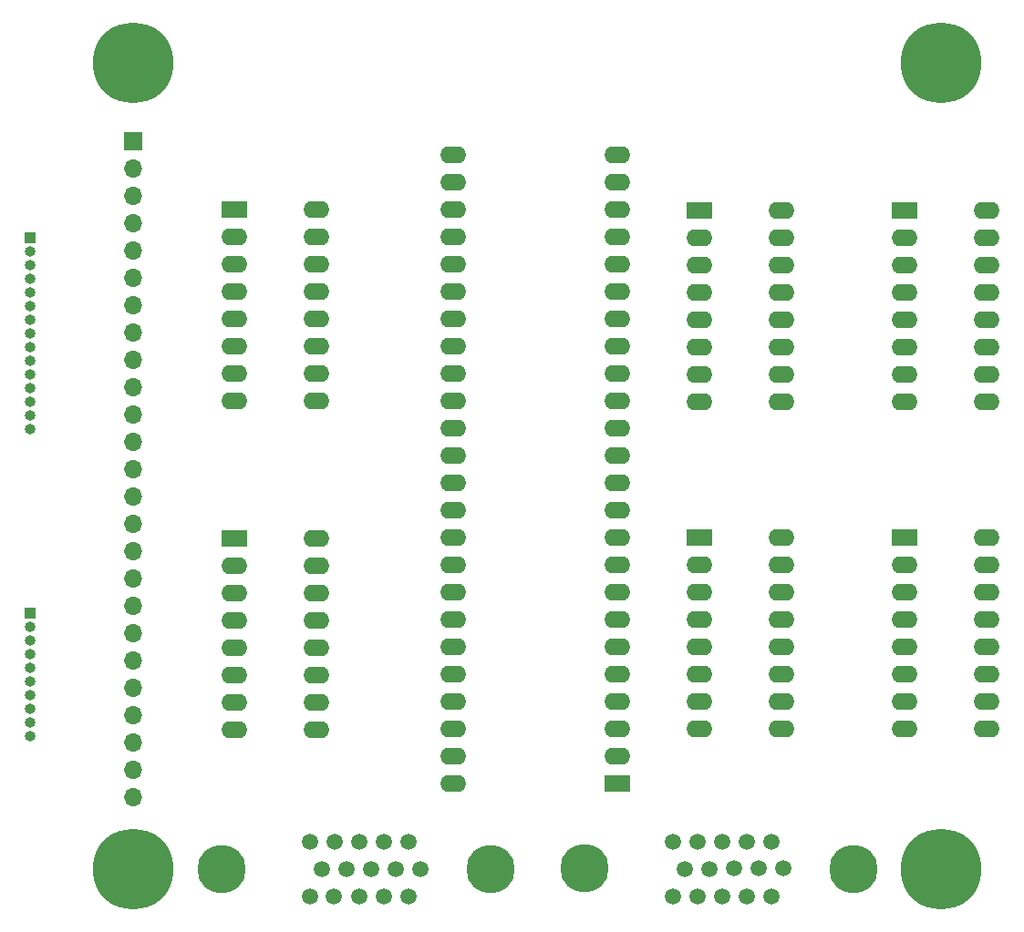
<source format=gbs>
%TF.GenerationSoftware,KiCad,Pcbnew,6.0.9+dfsg-1*%
%TF.CreationDate,2022-12-20T22:45:34+00:00*%
%TF.ProjectId,HP_54542C_Display_Adapter,48505f35-3435-4343-9243-5f446973706c,1*%
%TF.SameCoordinates,Original*%
%TF.FileFunction,Soldermask,Bot*%
%TF.FilePolarity,Negative*%
%FSLAX46Y46*%
G04 Gerber Fmt 4.6, Leading zero omitted, Abs format (unit mm)*
G04 Created by KiCad (PCBNEW 6.0.9+dfsg-1) date 2022-12-20 22:45:34*
%MOMM*%
%LPD*%
G01*
G04 APERTURE LIST*
%ADD10C,4.500000*%
%ADD11C,1.500000*%
%ADD12R,2.400000X1.600000*%
%ADD13O,2.400000X1.600000*%
%ADD14R,1.700000X1.700000*%
%ADD15O,1.700000X1.700000*%
%ADD16R,1.000000X1.000000*%
%ADD17O,1.000000X1.000000*%
%ADD18C,7.500000*%
G04 APERTURE END LIST*
D10*
%TO.C,J5*%
X145695166Y-137481254D03*
X120705166Y-137454731D03*
D11*
X138041500Y-134945337D03*
X135751500Y-134945337D03*
X133461500Y-134960000D03*
X131171500Y-134960000D03*
X128881500Y-134960000D03*
X139186500Y-137447244D03*
X136896500Y-137462593D03*
X134606500Y-137477943D03*
X132316500Y-137493292D03*
X130026500Y-137500000D03*
X138030166Y-140040000D03*
X135740166Y-140040000D03*
X133450166Y-140040000D03*
X131160166Y-140040000D03*
X128881500Y-140040000D03*
%TD*%
D10*
%TO.C,J4*%
X179395166Y-137431254D03*
X154405166Y-137404731D03*
D11*
X171741500Y-134895337D03*
X169451500Y-134895337D03*
X167161500Y-134910000D03*
X164871500Y-134910000D03*
X162581500Y-134910000D03*
X172886500Y-137397244D03*
X170596500Y-137412593D03*
X168306500Y-137427943D03*
X166016500Y-137443292D03*
X163726500Y-137450000D03*
X171730166Y-139990000D03*
X169440166Y-139990000D03*
X167150166Y-139990000D03*
X164860166Y-139990000D03*
X162581500Y-139990000D03*
%TD*%
D12*
%TO.C,U7*%
X184135000Y-106680000D03*
D13*
X184135000Y-109220000D03*
X184135000Y-111760000D03*
X184135000Y-114300000D03*
X184135000Y-116840000D03*
X184135000Y-119380000D03*
X184135000Y-121920000D03*
X184135000Y-124460000D03*
X191755000Y-124460000D03*
X191755000Y-121920000D03*
X191755000Y-119380000D03*
X191755000Y-116840000D03*
X191755000Y-114300000D03*
X191755000Y-111760000D03*
X191755000Y-109220000D03*
X191755000Y-106680000D03*
%TD*%
D12*
%TO.C,U6*%
X165085000Y-106680000D03*
D13*
X165085000Y-109220000D03*
X165085000Y-111760000D03*
X165085000Y-114300000D03*
X165085000Y-116840000D03*
X165085000Y-119380000D03*
X165085000Y-121920000D03*
X165085000Y-124460000D03*
X172705000Y-124460000D03*
X172705000Y-121920000D03*
X172705000Y-119380000D03*
X172705000Y-116840000D03*
X172705000Y-114300000D03*
X172705000Y-111760000D03*
X172705000Y-109220000D03*
X172705000Y-106680000D03*
%TD*%
D12*
%TO.C,U5*%
X184120000Y-76215000D03*
D13*
X184120000Y-78755000D03*
X184120000Y-81295000D03*
X184120000Y-83835000D03*
X184120000Y-86375000D03*
X184120000Y-88915000D03*
X184120000Y-91455000D03*
X184120000Y-93995000D03*
X191740000Y-93995000D03*
X191740000Y-91455000D03*
X191740000Y-88915000D03*
X191740000Y-86375000D03*
X191740000Y-83835000D03*
X191740000Y-81295000D03*
X191740000Y-78755000D03*
X191740000Y-76215000D03*
%TD*%
D12*
%TO.C,U4*%
X165085000Y-76215000D03*
D13*
X165085000Y-78755000D03*
X165085000Y-81295000D03*
X165085000Y-83835000D03*
X165085000Y-86375000D03*
X165085000Y-88915000D03*
X165085000Y-91455000D03*
X165085000Y-93995000D03*
X172705000Y-93995000D03*
X172705000Y-91455000D03*
X172705000Y-88915000D03*
X172705000Y-86375000D03*
X172705000Y-83835000D03*
X172705000Y-81295000D03*
X172705000Y-78755000D03*
X172705000Y-76215000D03*
%TD*%
D12*
%TO.C,U3*%
X121905000Y-106695000D03*
D13*
X121905000Y-109235000D03*
X121905000Y-111775000D03*
X121905000Y-114315000D03*
X121905000Y-116855000D03*
X121905000Y-119395000D03*
X121905000Y-121935000D03*
X121905000Y-124475000D03*
X129525000Y-124475000D03*
X129525000Y-121935000D03*
X129525000Y-119395000D03*
X129525000Y-116855000D03*
X129525000Y-114315000D03*
X129525000Y-111775000D03*
X129525000Y-109235000D03*
X129525000Y-106695000D03*
%TD*%
D12*
%TO.C,U2*%
X121920000Y-76200000D03*
D13*
X121920000Y-78740000D03*
X121920000Y-81280000D03*
X121920000Y-83820000D03*
X121920000Y-86360000D03*
X121920000Y-88900000D03*
X121920000Y-91440000D03*
X121920000Y-93980000D03*
X129540000Y-93980000D03*
X129540000Y-91440000D03*
X129540000Y-88900000D03*
X129540000Y-86360000D03*
X129540000Y-83820000D03*
X129540000Y-81280000D03*
X129540000Y-78740000D03*
X129540000Y-76200000D03*
%TD*%
D14*
%TO.C,J3*%
X112500000Y-69850000D03*
D15*
X112500000Y-72390000D03*
X112500000Y-74930000D03*
X112500000Y-77470000D03*
X112500000Y-80010000D03*
X112500000Y-82550000D03*
X112500000Y-85090000D03*
X112500000Y-87630000D03*
X112500000Y-90170000D03*
X112500000Y-92710000D03*
X112500000Y-95250000D03*
X112500000Y-97790000D03*
X112500000Y-100330000D03*
X112500000Y-102870000D03*
X112500000Y-105410000D03*
X112500000Y-107950000D03*
X112500000Y-110490000D03*
X112500000Y-113030000D03*
X112500000Y-115570000D03*
X112500000Y-118110000D03*
X112500000Y-120650000D03*
X112500000Y-123190000D03*
X112500000Y-125730000D03*
X112500000Y-128270000D03*
X112500000Y-130810000D03*
%TD*%
D16*
%TO.C,J2*%
X102895000Y-113680000D03*
D17*
X102895000Y-114950000D03*
X102895000Y-116220000D03*
X102895000Y-117490000D03*
X102895000Y-118760000D03*
X102895000Y-120030000D03*
X102895000Y-121300000D03*
X102895000Y-122570000D03*
X102895000Y-123840000D03*
X102895000Y-125110000D03*
%TD*%
D18*
%TO.C,H3*%
X187500000Y-137500000D03*
%TD*%
%TO.C,H2*%
X187500000Y-62500000D03*
%TD*%
D16*
%TO.C,J1*%
X102895000Y-78755000D03*
D17*
X102895000Y-80025000D03*
X102895000Y-81295000D03*
X102895000Y-82565000D03*
X102895000Y-83835000D03*
X102895000Y-85105000D03*
X102895000Y-86375000D03*
X102895000Y-87645000D03*
X102895000Y-88915000D03*
X102895000Y-90185000D03*
X102895000Y-91455000D03*
X102895000Y-92725000D03*
X102895000Y-93995000D03*
X102895000Y-95265000D03*
X102895000Y-96535000D03*
%TD*%
D12*
%TO.C,U1*%
X157480000Y-129540000D03*
D13*
X157480000Y-127000000D03*
X157480000Y-124460000D03*
X157480000Y-121920000D03*
X157480000Y-119380000D03*
X157480000Y-116840000D03*
X157480000Y-114300000D03*
X157480000Y-111760000D03*
X157480000Y-109220000D03*
X157480000Y-106680000D03*
X157480000Y-104140000D03*
X157480000Y-101600000D03*
X157480000Y-99060000D03*
X157480000Y-96520000D03*
X157480000Y-93980000D03*
X157480000Y-91440000D03*
X157480000Y-88900000D03*
X157480000Y-86360000D03*
X157480000Y-83820000D03*
X157480000Y-81280000D03*
X157480000Y-78740000D03*
X157480000Y-76200000D03*
X157480000Y-73660000D03*
X157480000Y-71120000D03*
X142240000Y-71120000D03*
X142240000Y-73660000D03*
X142240000Y-76200000D03*
X142240000Y-78740000D03*
X142240000Y-81280000D03*
X142240000Y-83820000D03*
X142240000Y-86360000D03*
X142240000Y-88900000D03*
X142240000Y-91440000D03*
X142240000Y-93980000D03*
X142240000Y-96520000D03*
X142240000Y-99060000D03*
X142240000Y-101600000D03*
X142240000Y-104140000D03*
X142240000Y-106680000D03*
X142240000Y-109220000D03*
X142240000Y-111760000D03*
X142240000Y-114300000D03*
X142240000Y-116840000D03*
X142240000Y-119380000D03*
X142240000Y-121920000D03*
X142240000Y-124460000D03*
X142240000Y-127000000D03*
X142240000Y-129540000D03*
%TD*%
D18*
%TO.C,H1*%
X112500000Y-62500000D03*
%TD*%
%TO.C,H4*%
X112500000Y-137500000D03*
%TD*%
M02*

</source>
